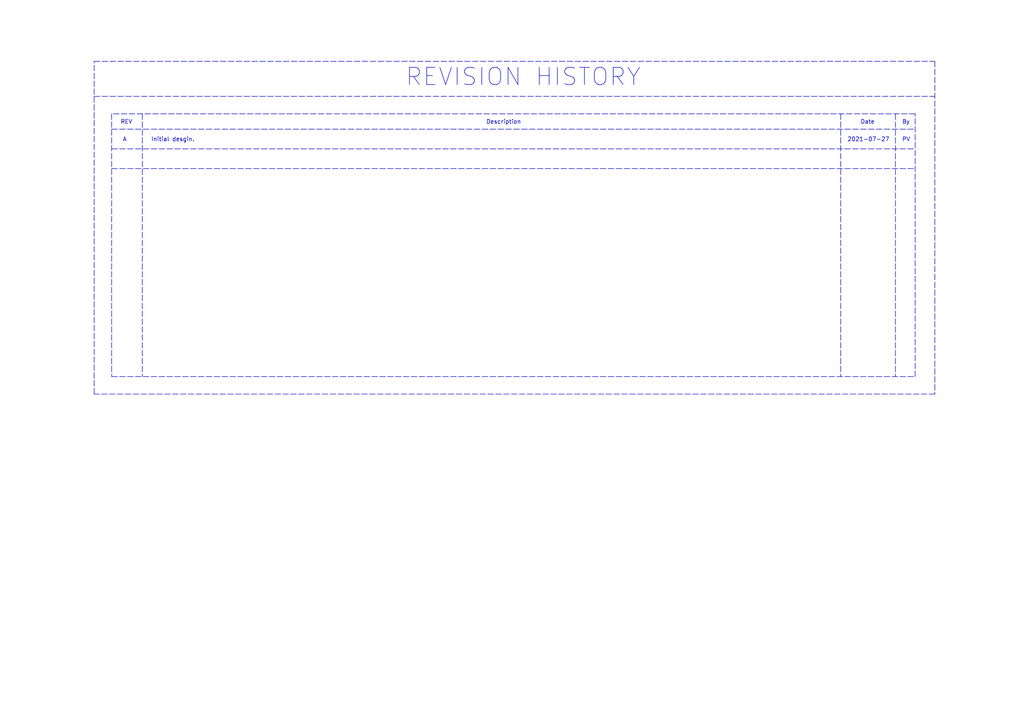
<source format=kicad_sch>
(kicad_sch (version 20211123) (generator eeschema)
  (paper "A4")
  (title_block (title "EX-PCB-10108-001") (date "2021-07-27") (rev "A") (company "OHN Electronics Inc.") (comment 1 "Uses NXP i.MX6ULx core design licensed from PolyVection UG, Germany") (comment 2 "Organelle 2 Processor board") (comment 4 "EX-PCB-10108-001 - Schematics"))
  (lib_symbols)
  (polyline (pts (xy 265.43 33.02) (xy 32.385 33.02)))
  (polyline (pts (xy 41.275 33.02) (xy 41.275 109.22)))
  (polyline (pts (xy 27.305 114.3) (xy 27.305 17.78)))
  (polyline (pts (xy 271.145 17.78) (xy 271.145 114.3)))
  (polyline (pts (xy 27.305 27.94) (xy 271.145 27.94)))
  (polyline (pts (xy 27.305 17.78) (xy 271.145 17.78)))
  (polyline (pts (xy 32.385 109.22) (xy 265.43 109.22)))
  (polyline (pts (xy 259.715 33.02) (xy 259.715 109.22)))
  (polyline (pts (xy 265.43 109.22) (xy 265.43 33.02)))
  (polyline (pts (xy 32.385 43.18) (xy 265.43 43.18)))
  (polyline (pts (xy 32.385 48.895) (xy 265.43 48.895)))
  (polyline (pts (xy 271.145 114.3) (xy 27.305 114.3)))
  (polyline (pts (xy 32.385 33.02) (xy 32.385 109.22)))
  (polyline (pts (xy 243.84 33.02) (xy 243.84 109.22)))
  (polyline (pts (xy 32.385 37.465) (xy 265.43 37.465)))
  (text "By" (at 261.62 36.195 0) (effects (font (size 1.1938 1.1938)) (justify left bottom)))
  (text "Date" (at 249.555 36.195 0) (effects (font (size 1.1938 1.1938)) (justify left bottom)))
  (text "Description" (at 140.97 36.195 0) (effects (font (size 1.1938 1.1938)) (justify left bottom)))
  (text "A" (at 35.56 41.275 0) (effects (font (size 1.1938 1.1938)) (justify left bottom)))
  (text "REV" (at 34.925 36.195 0) (effects (font (size 1.1938 1.1938)) (justify left bottom)))
  (text "Initial desgin." (at 43.815 41.275 0) (effects (font (size 1.1938 1.1938)) (justify left bottom)))
  (text "REVISION HISTORY" (at 117.475 25.4 0) (effects (font (size 5.0038 5.0038)) (justify left bottom)))
  (text "2021-07-27" (at 245.745 41.275 0) (effects (font (size 1.1938 1.1938)) (justify left bottom)))
  (text "PV" (at 261.62 41.275 0) (effects (font (size 1.1938 1.1938)) (justify left bottom)))
)
</source>
